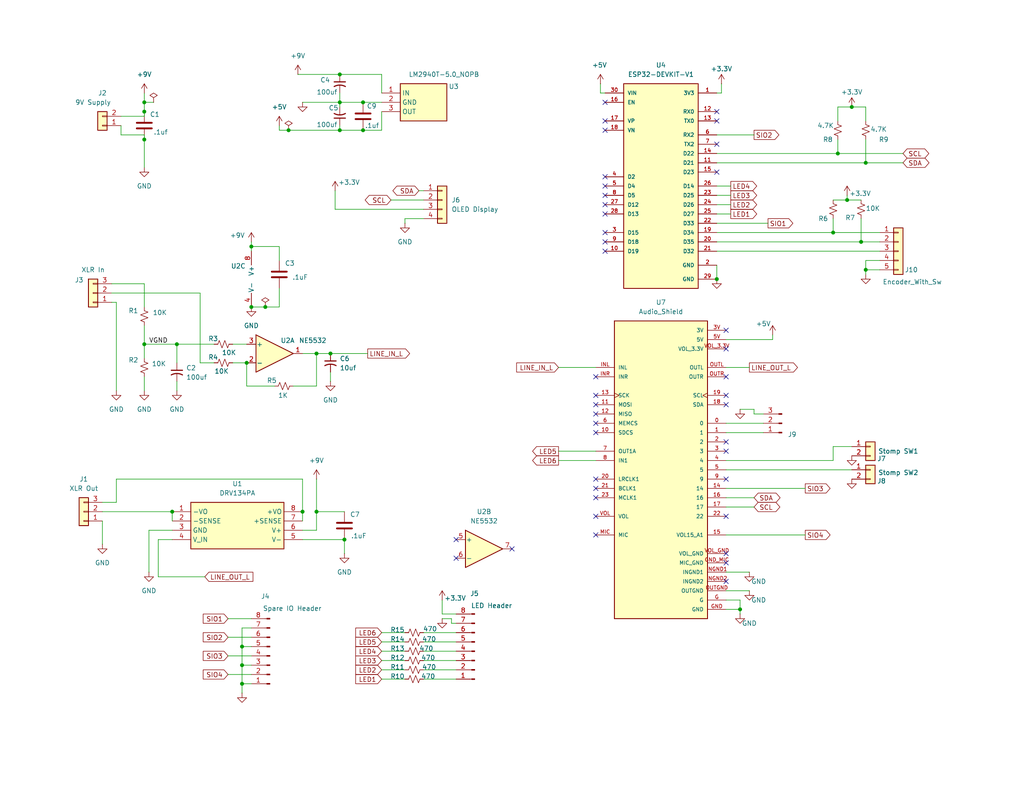
<source format=kicad_sch>
(kicad_sch (version 20250114) (generator "eeschema") (generator_version "9.0")
  (paper "A")
  (title_block (title "Vocal Delay Pedal") (date "2025-07-29") (company "William Douglas Music"))
  (junction (at 90.17 96.52))
  (junction (at 236.22 44.45))
  (junction (at 66.04 176.53))
  (junction (at 39.37 30.48))
  (junction (at -143.51 62.23))
  (junction (at 236.22 73.66))
  (junction (at 99.06 27.94))
  (junction (at -166.37 62.23))
  (junction (at 86.36 96.52))
  (junction (at 231.14 54.61))
  (junction (at -120.65 91.44))
  (junction (at 92.71 35.56))
  (junction (at 195.58 76.2))
  (junction (at 93.98 147.32))
  (junction (at 201.93 166.37))
  (junction (at 39.37 93.98))
  (junction (at -153.67 62.23))
  (junction (at 68.58 67.31))
  (junction (at 39.37 27.94))
  (junction (at 46.99 139.7))
  (junction (at 68.58 83.82))
  (junction (at 67.31 99.06))
  (junction (at 48.26 93.98))
  (junction (at 92.71 20.32))
  (junction (at 39.37 38.1))
  (junction (at -123.19 44.45))
  (junction (at 228.6 41.91))
  (junction (at 78.74 35.56))
  (junction (at -120.65 85.09))
  (junction (at 86.36 139.7))
  (junction (at 66.04 186.69))
  (junction (at 82.55 139.7))
  (junction (at -123.19 60.96))
  (junction (at -105.41 91.44))
  (junction (at -119.38 60.96))
  (junction (at 92.71 27.94))
  (junction (at 72.39 83.82))
  (junction (at -130.81 85.09))
  (junction (at 227.33 63.5))
  (junction (at 66.04 181.61))
  (junction (at -105.41 82.55))
  (junction (at 232.41 29.21))
  (junction (at 99.06 35.56))
  (junction (at 234.95 66.04))
  (no_connect (at 198.12 158.75))
  (no_connect (at 165.1 35.56))
  (no_connect (at 162.56 113.03))
  (no_connect (at 165.1 33.02))
  (no_connect (at 165.1 48.26))
  (no_connect (at 198.12 95.25))
  (no_connect (at 165.1 63.5))
  (no_connect (at 162.56 146.05))
  (no_connect (at 198.12 110.49))
  (no_connect (at 162.56 107.95))
  (no_connect (at 162.56 130.81))
  (no_connect (at 124.46 147.32))
  (no_connect (at 198.12 102.87))
  (no_connect (at 198.12 123.19))
  (no_connect (at 162.56 102.87))
  (no_connect (at 198.12 120.65))
  (no_connect (at 162.56 110.49))
  (no_connect (at 195.58 39.37))
  (no_connect (at 165.1 27.94))
  (no_connect (at 162.56 118.11))
  (no_connect (at 162.56 115.57))
  (no_connect (at 165.1 53.34))
  (no_connect (at 139.7 149.86))
  (no_connect (at 198.12 140.97))
  (no_connect (at 165.1 58.42))
  (no_connect (at 165.1 55.88))
  (no_connect (at 198.12 90.17))
  (no_connect (at 162.56 133.35))
  (no_connect (at 195.58 46.99))
  (no_connect (at 165.1 66.04))
  (no_connect (at 198.12 130.81))
  (no_connect (at 124.46 152.4))
  (no_connect (at 162.56 135.89))
  (no_connect (at 165.1 68.58))
  (no_connect (at 198.12 151.13))
  (no_connect (at 198.12 153.67))
  (no_connect (at 165.1 50.8))
  (no_connect (at 198.12 107.95))
  (no_connect (at 195.58 30.48))
  (no_connect (at 162.56 140.97))
  (no_connect (at 195.58 33.02))
  (wire (pts (xy -143.51 62.23) (xy -132.08 62.23)))
  (wire (pts (xy -166.37 69.85) (xy -166.37 71.12)))
  (wire (pts (xy 165.1 25.4) (xy 163.83 25.4)))
  (wire (pts (xy 46.99 139.7) (xy 46.99 142.24)))
  (wire (pts (xy 86.36 130.81) (xy 86.36 139.7)))
  (wire (pts (xy 92.71 34.29) (xy 92.71 35.56)))
  (wire (pts (xy 92.71 35.56) (xy 78.74 35.56)))
  (wire (pts (xy 195.58 68.58) (xy 240.03 68.58)))
  (wire (pts (xy 92.71 20.32) (xy 104.14 20.32)))
  (wire (pts (xy 66.04 171.45) (xy 66.04 176.53)))
  (wire (pts (xy 76.2 34.29) (xy 76.2 35.56)))
  (wire (pts (xy -120.65 101.6) (xy -120.65 91.44)))
  (wire (pts (xy 86.36 96.52) (xy 86.36 105.41)))
  (wire (pts (xy -115.57 91.44) (xy -120.65 91.44)))
  (wire (pts (xy -123.19 45.72) (xy -123.19 44.45)))
  (wire (pts (xy 99.06 27.94) (xy 104.14 27.94)))
  (wire (pts (xy 39.37 77.47) (xy 39.37 83.82)))
  (wire (pts (xy 92.71 25.4) (xy 92.71 27.94)))
  (wire (pts (xy 104.14 30.48) (xy 104.14 35.56)))
  (wire (pts (xy 198.12 128.27) (xy 232.41 128.27)))
  (wire (pts (xy 39.37 27.94) (xy 41.91 27.94)))
  (wire (pts (xy 30.48 82.55) (xy 31.75 82.55)))
  (wire (pts (xy 78.74 35.56) (xy 76.2 35.56)))
  (wire (pts (xy 104.14 35.56) (xy 99.06 35.56)))
  (wire (pts (xy 195.58 44.45) (xy 236.22 44.45)))
  (wire (pts (xy 152.4 100.33) (xy 162.56 100.33)))
  (wire (pts (xy 92.71 27.94) (xy 92.71 29.21)))
  (wire (pts (xy 93.98 147.32) (xy 93.98 151.13)))
  (wire (pts (xy 234.95 59.69) (xy 234.95 66.04)))
  (wire (pts (xy -115.57 101.6) (xy -120.65 101.6)))
  (wire (pts (xy 86.36 139.7) (xy 86.36 144.78)))
  (wire (pts (xy 104.14 180.34) (xy 110.49 180.34)))
  (wire (pts (xy 82.55 144.78) (xy 86.36 144.78)))
  (wire (pts (xy 63.5 93.98) (xy 67.31 93.98)))
  (wire (pts (xy 104.14 175.26) (xy 110.49 175.26)))
  (wire (pts (xy 40.64 144.78) (xy 40.64 156.21)))
  (wire (pts (xy 82.55 27.94) (xy 92.71 27.94)))
  (wire (pts (xy 82.55 139.7) (xy 82.55 142.24)))
  (wire (pts (xy 82.55 147.32) (xy 93.98 147.32)))
  (wire (pts (xy 67.31 99.06) (xy 67.31 105.41)))
  (wire (pts (xy 115.57 182.88) (xy 124.46 182.88)))
  (wire (pts (xy 198.12 135.89) (xy 205.74 135.89)))
  (wire (pts (xy -166.37 62.23) (xy -166.37 64.77)))
  (wire (pts (xy -163.83 85.09) (xy -161.29 85.09)))
  (wire (pts (xy 63.5 99.06) (xy 67.31 99.06)))
  (wire (pts (xy 68.58 68.58) (xy 68.58 67.31)))
  (wire (pts (xy 86.36 96.52) (xy 90.17 96.52)))
  (wire (pts (xy 27.94 139.7) (xy 46.99 139.7)))
  (wire (pts (xy 236.22 73.66) (xy 240.03 73.66)))
  (wire (pts (xy 198.12 166.37) (xy 201.93 166.37)))
  (wire (pts (xy 66.04 176.53) (xy 68.58 176.53)))
  (wire (pts (xy 76.2 71.12) (xy 76.2 67.31)))
  (wire (pts (xy 48.26 104.14) (xy 48.26 106.68)))
  (wire (pts (xy 198.12 161.29) (xy 204.47 161.29)))
  (wire (pts (xy -166.37 62.23) (xy -153.67 62.23)))
  (wire (pts (xy 62.23 173.99) (xy 68.58 173.99)))
  (wire (pts (xy 82.55 130.81) (xy 82.55 139.7)))
  (wire (pts (xy 39.37 36.83) (xy 39.37 38.1)))
  (wire (pts (xy 210.82 92.71) (xy 210.82 91.44)))
  (wire (pts (xy 39.37 93.98) (xy 48.26 93.98)))
  (wire (pts (xy 198.12 118.11) (xy 208.28 118.11)))
  (wire (pts (xy -123.19 80.01) (xy -120.65 80.01)))
  (wire (pts (xy 39.37 27.94) (xy 39.37 30.48)))
  (wire (pts (xy -137.16 85.09) (xy -130.81 85.09)))
  (wire (pts (xy 236.22 38.1) (xy 236.22 44.45)))
  (wire (pts (xy -153.67 67.31) (xy -153.67 69.85)))
  (wire (pts (xy 195.58 36.83) (xy 205.74 36.83)))
  (wire (pts (xy -115.57 48.26) (xy -115.57 44.45)))
  (wire (pts (xy 68.58 186.69) (xy 66.04 186.69)))
  (wire (pts (xy 228.6 41.91) (xy 246.38 41.91)))
  (wire (pts (xy 62.23 168.91) (xy 68.58 168.91)))
  (wire (pts (xy -163.83 96.52) (xy -163.83 90.17)))
  (wire (pts (xy 195.58 66.04) (xy 234.95 66.04)))
  (wire (pts (xy 43.18 147.32) (xy 46.99 147.32)))
  (wire (pts (xy 123.19 168.91) (xy 120.65 168.91)))
  (wire (pts (xy 198.12 138.43) (xy 205.74 138.43)))
  (wire (pts (xy 123.19 170.18) (xy 123.19 168.91)))
  (wire (pts (xy 31.75 82.55) (xy 31.75 106.68)))
  (wire (pts (xy 62.23 179.07) (xy 68.58 179.07)))
  (wire (pts (xy 228.6 38.1) (xy 228.6 41.91)))
  (wire (pts (xy -115.57 55.88) (xy -115.57 60.96)))
  (wire (pts (xy 115.57 52.07) (xy 114.3 52.07)))
  (wire (pts (xy 48.26 99.06) (xy 48.26 93.98)))
  (wire (pts (xy 31.75 137.16) (xy 27.94 137.16)))
  (wire (pts (xy -120.65 85.09) (xy -120.65 91.44)))
  (wire (pts (xy -105.41 82.55) (xy -105.41 91.44)))
  (wire (pts (xy 66.04 186.69) (xy 66.04 189.23)))
  (wire (pts (xy -95.25 82.55) (xy -93.98 82.55)))
  (wire (pts (xy -130.81 85.09) (xy -120.65 85.09)))
  (wire (pts (xy 198.12 125.73) (xy 227.33 125.73)))
  (wire (pts (xy 39.37 31.75) (xy 39.37 30.48)))
  (wire (pts (xy -119.38 60.96) (xy -123.19 60.96)))
  (wire (pts (xy 228.6 29.21) (xy 232.41 29.21)))
  (wire (pts (xy 33.02 34.29) (xy 33.02 36.83)))
  (wire (pts (xy 198.12 133.35) (xy 219.71 133.35)))
  (wire (pts (xy -132.08 80.01) (xy -128.27 80.01)))
  (wire (pts (xy 68.58 67.31) (xy 76.2 67.31)))
  (wire (pts (xy 76.2 83.82) (xy 72.39 83.82)))
  (wire (pts (xy 90.17 101.6) (xy 90.17 104.14)))
  (wire (pts (xy 39.37 93.98) (xy 39.37 97.79)))
  (wire (pts (xy 236.22 74.93) (xy 236.22 73.66)))
  (wire (pts (xy 81.28 20.32) (xy 92.71 20.32)))
  (wire (pts (xy 39.37 88.9) (xy 39.37 93.98)))
  (wire (pts (xy 39.37 102.87) (xy 39.37 106.68)))
  (wire (pts (xy 152.4 125.73) (xy 162.56 125.73)))
  (wire (pts (xy 54.61 99.06) (xy 58.42 99.06)))
  (wire (pts (xy 39.37 25.4) (xy 39.37 27.94)))
  (wire (pts (xy 163.83 22.86) (xy 163.83 25.4)))
  (wire (pts (xy 120.65 167.64) (xy 124.46 167.64)))
  (wire (pts (xy 240.03 71.12) (xy 236.22 71.12)))
  (wire (pts (xy 115.57 59.69) (xy 110.49 59.69)))
  (wire (pts (xy 39.37 38.1) (xy 39.37 45.72)))
  (wire (pts (xy 195.58 25.4) (xy 196.85 25.4)))
  (wire (pts (xy 198.12 156.21) (xy 204.47 156.21)))
  (wire (pts (xy 92.71 27.94) (xy 99.06 27.94)))
  (wire (pts (xy -110.49 91.44) (xy -105.41 91.44)))
  (wire (pts (xy 91.44 52.07) (xy 91.44 57.15)))
  (wire (pts (xy 54.61 80.01) (xy 54.61 99.06)))
  (wire (pts (xy -105.41 82.55) (xy -100.33 82.55)))
  (wire (pts (xy 104.14 177.8) (xy 110.49 177.8)))
  (wire (pts (xy -105.41 101.6) (xy -105.41 91.44)))
  (wire (pts (xy 115.57 177.8) (xy 124.46 177.8)))
  (wire (pts (xy -130.81 99.06) (xy -130.81 100.33)))
  (wire (pts (xy 205.74 111.76) (xy 205.74 113.03)))
  (wire (pts (xy -153.67 62.23) (xy -143.51 62.23)))
  (wire (pts (xy 46.99 144.78) (xy 40.64 144.78)))
  (wire (pts (xy -158.75 87.63) (xy -158.75 90.17)))
  (wire (pts (xy 99.06 35.56) (xy 92.71 35.56)))
  (wire (pts (xy 115.57 172.72) (xy 124.46 172.72)))
  (wire (pts (xy 195.58 50.8) (xy 199.39 50.8)))
  (wire (pts (xy 43.18 157.48) (xy 43.18 147.32)))
  (wire (pts (xy 30.48 77.47) (xy 39.37 77.47)))
  (wire (pts (xy 198.12 92.71) (xy 210.82 92.71)))
  (wire (pts (xy 201.93 167.64) (xy 201.93 166.37)))
  (wire (pts (xy 68.58 171.45) (xy 66.04 171.45)))
  (wire (pts (xy 33.02 31.75) (xy 39.37 31.75)))
  (wire (pts (xy -107.95 101.6) (xy -105.41 101.6)))
  (wire (pts (xy 195.58 58.42) (xy 199.39 58.42)))
  (wire (pts (xy 104.14 185.42) (xy 110.49 185.42)))
  (wire (pts (xy 31.75 130.81) (xy 82.55 130.81)))
  (wire (pts (xy -166.37 58.42) (xy -166.37 62.23)))
  (wire (pts (xy 123.19 170.18) (xy 124.46 170.18)))
  (wire (pts (xy 198.12 100.33) (xy 204.47 100.33)))
  (wire (pts (xy 106.68 54.61) (xy 115.57 54.61)))
  (wire (pts (xy 231.14 53.34) (xy 231.14 54.61)))
  (wire (pts (xy 33.02 36.83) (xy 39.37 36.83)))
  (wire (pts (xy 110.49 59.69) (xy 110.49 60.96)))
  (wire (pts (xy 232.41 29.21) (xy 236.22 29.21)))
  (wire (pts (xy 82.55 96.52) (xy 86.36 96.52)))
  (wire (pts (xy 228.6 33.02) (xy 228.6 29.21)))
  (wire (pts (xy -166.37 48.26) (xy -166.37 53.34)))
  (wire (pts (xy -86.36 82.55) (xy -83.82 82.55)))
  (wire (pts (xy 198.12 146.05) (xy 219.71 146.05)))
  (wire (pts (xy 76.2 78.74) (xy 76.2 83.82)))
  (wire (pts (xy -123.19 44.45) (xy -123.19 43.18)))
  (wire (pts (xy 152.4 123.19) (xy 162.56 123.19)))
  (wire (pts (xy 195.58 63.5) (xy 227.33 63.5)))
  (wire (pts (xy 234.95 66.04) (xy 240.03 66.04)))
  (wire (pts (xy 227.33 125.73) (xy 227.33 121.92)))
  (wire (pts (xy 227.33 59.69) (xy 227.33 63.5)))
  (wire (pts (xy 231.14 54.61) (xy 234.95 54.61)))
  (wire (pts (xy 227.33 54.61) (xy 231.14 54.61)))
  (wire (pts (xy 66.04 181.61) (xy 66.04 176.53)))
  (wire (pts (xy -163.83 87.63) (xy -158.75 87.63)))
  (wire (pts (xy 205.74 113.03) (xy 208.28 113.03)))
  (wire (pts (xy 86.36 139.7) (xy 93.98 139.7)))
  (wire (pts (xy 195.58 41.91) (xy 228.6 41.91)))
  (wire (pts (xy 195.58 53.34) (xy 199.39 53.34)))
  (wire (pts (xy 120.65 163.83) (xy 120.65 167.64)))
  (wire (pts (xy 195.58 55.88) (xy 199.39 55.88)))
  (wire (pts (xy 201.93 163.83) (xy 201.93 166.37)))
  (wire (pts (xy 91.44 57.15) (xy 115.57 57.15)))
  (wire (pts (xy 195.58 60.96) (xy 209.55 60.96)))
  (wire (pts (xy 104.14 172.72) (xy 110.49 172.72)))
  (wire (pts (xy -132.08 62.23) (xy -132.08 80.01)))
  (wire (pts (xy 62.23 184.15) (xy 68.58 184.15)))
  (wire (pts (xy 227.33 121.92) (xy 232.41 121.92)))
  (wire (pts (xy 236.22 44.45) (xy 246.38 44.45)))
  (wire (pts (xy -130.81 91.44) (xy -130.81 85.09)))
  (wire (pts (xy 30.48 80.01) (xy 54.61 80.01)))
  (wire (pts (xy 198.12 115.57) (xy 208.28 115.57)))
  (wire (pts (xy 74.93 105.41) (xy 67.31 105.41)))
  (wire (pts (xy 236.22 71.12) (xy 236.22 73.66)))
  (wire (pts (xy 90.17 96.52) (xy 100.33 96.52)))
  (wire (pts (xy 115.57 185.42) (xy 124.46 185.42)))
  (wire (pts (xy 27.94 142.24) (xy 27.94 148.59)))
  (wire (pts (xy -148.59 85.09) (xy -142.24 85.09)))
  (wire (pts (xy 227.33 63.5) (xy 240.03 63.5)))
  (wire (pts (xy 196.85 22.86) (xy 196.85 25.4)))
  (wire (pts (xy 198.12 163.83) (xy 201.93 163.83)))
  (wire (pts (xy 48.26 93.98) (xy 58.42 93.98)))
  (wire (pts (xy 205.74 111.76) (xy 201.93 111.76)))
  (wire (pts (xy -158.75 96.52) (xy -158.75 95.25)))
  (wire (pts (xy 195.58 72.39) (xy 195.58 76.2)))
  (wire (pts (xy -115.57 60.96) (xy -119.38 60.96)))
  (wire (pts (xy 66.04 181.61) (xy 68.58 181.61)))
  (wire (pts (xy 68.58 67.31) (xy 68.58 66.04)))
  (wire (pts (xy 104.14 20.32) (xy 104.14 25.4)))
  (wire (pts (xy 236.22 29.21) (xy 236.22 33.02)))
  (wire (pts (xy 104.14 182.88) (xy 110.49 182.88)))
  (wire (pts (xy 72.39 83.82) (xy 68.58 83.82)))
  (wire (pts (xy 66.04 181.61) (xy 66.04 186.69)))
  (wire (pts (xy 115.57 180.34) (xy 124.46 180.34)))
  (wire (pts (xy -123.19 44.45) (xy -115.57 44.45)))
  (wire (pts (xy 115.57 175.26) (xy 124.46 175.26)))
  (wire (pts (xy 80.01 105.41) (xy 86.36 105.41)))
  (wire (pts (xy 43.18 157.48) (xy 55.88 157.48)))
  (wire (pts (xy 31.75 130.81) (xy 31.75 137.16)))
  (label "VGND" (at 40.64 93.98 0))
  (global_label "SDA" (shape bidirectional) (at 246.38 44.45 0) (property "Intersheetrefs" "${INTERSHEET_REFS}" (effects (hide yes))))
  (global_label "LED3" (shape output) (at 199.39 53.34 0) (property "Intersheetrefs" "${INTERSHEET_REFS}" (effects (hide yes))))
  (global_label "LED2" (shape output) (at 199.39 55.88 0) (property "Intersheetrefs" "${INTERSHEET_REFS}" (effects (hide yes))))
  (global_label "LED4" (shape output) (at 199.39 50.8 0) (property "Intersheetrefs" "${INTERSHEET_REFS}" (effects (hide yes))))
  (global_label "LED2" (shape input) (at 104.14 182.88 180) (property "Intersheetrefs" "${INTERSHEET_REFS}" (effects (hide yes))))
  (global_label "LED1" (shape input) (at 104.14 185.42 180) (property "Intersheetrefs" "${INTERSHEET_REFS}" (effects (hide yes))))
  (global_label "SDA" (shape bidirectional) (at 205.74 135.89 0) (property "Intersheetrefs" "${INTERSHEET_REFS}" (effects (hide yes))))
  (global_label "LED5" (shape output) (at 152.4 123.19 180) (property "Intersheetrefs" "${INTERSHEET_REFS}" (effects (hide yes))))
  (global_label "SCL" (shape bidirectional) (at 205.74 138.43 0) (property "Intersheetrefs" "${INTERSHEET_REFS}" (effects (hide yes))))
  (global_label "LINE_IN_L" (shape output) (at -83.82 82.55 0) (property "Intersheetrefs" "${INTERSHEET_REFS}" (effects (hide yes))))
  (global_label "LED3" (shape input) (at 104.14 180.34 180) (property "Intersheetrefs" "${INTERSHEET_REFS}" (effects (hide yes))))
  (global_label "SIO2" (shape input) (at 62.23 173.99 180) (property "Intersheetrefs" "${INTERSHEET_REFS}" (effects (hide yes))))
  (global_label "SDA" (shape bidirectional) (at 114.3 52.07 180) (property "Intersheetrefs" "${INTERSHEET_REFS}" (effects (hide yes))))
  (global_label "SIO4" (shape input) (at 62.23 184.15 180) (property "Intersheetrefs" "${INTERSHEET_REFS}" (effects (hide yes))))
  (global_label "LED6" (shape output) (at 152.4 125.73 180) (property "Intersheetrefs" "${INTERSHEET_REFS}" (effects (hide yes))))
  (global_label "LINE_IN_L" (shape input) (at 152.4 100.33 180) (property "Intersheetrefs" "${INTERSHEET_REFS}" (effects (hide yes))))
  (global_label "SIO1" (shape output) (at 209.55 60.96 0) (property "Intersheetrefs" "${INTERSHEET_REFS}" (effects (hide yes))))
  (global_label "LINE_IN_L" (shape output) (at 100.33 96.52 0) (property "Intersheetrefs" "${INTERSHEET_REFS}" (effects (hide yes))))
  (global_label "LED1" (shape output) (at 199.39 58.42 0) (property "Intersheetrefs" "${INTERSHEET_REFS}" (effects (hide yes))))
  (global_label "LED5" (shape input) (at 104.14 175.26 180) (property "Intersheetrefs" "${INTERSHEET_REFS}" (effects (hide yes))))
  (global_label "LINE_OUT_L" (shape output) (at 204.47 100.33 0) (property "Intersheetrefs" "${INTERSHEET_REFS}" (effects (hide yes))))
  (global_label "SIO3" (shape input) (at 62.23 179.07 180) (property "Intersheetrefs" "${INTERSHEET_REFS}" (effects (hide yes))))
  (global_label "SIO2" (shape output) (at 205.74 36.83 0) (property "Intersheetrefs" "${INTERSHEET_REFS}" (effects (hide yes))))
  (global_label "LINE_OUT_L" (shape input) (at 55.88 157.48 0) (property "Intersheetrefs" "${INTERSHEET_REFS}" (effects (hide yes))))
  (global_label "LED6" (shape input) (at 104.14 172.72 180) (property "Intersheetrefs" "${INTERSHEET_REFS}" (effects (hide yes))))
  (global_label "SIO1" (shape input) (at 62.23 168.91 180) (property "Intersheetrefs" "${INTERSHEET_REFS}" (effects (hide yes))))
  (global_label "LED4" (shape input) (at 104.14 177.8 180) (property "Intersheetrefs" "${INTERSHEET_REFS}" (effects (hide yes))))
  (global_label "SCL" (shape bidirectional) (at 106.68 54.61 180) (property "Intersheetrefs" "${INTERSHEET_REFS}" (effects (hide yes))))
  (global_label "SCL" (shape bidirectional) (at 246.38 41.91 0) (property "Intersheetrefs" "${INTERSHEET_REFS}" (effects (hide yes))))
  (global_label "SIO3" (shape output) (at 219.71 133.35 0) (property "Intersheetrefs" "${INTERSHEET_REFS}" (effects (hide yes))))
  (global_label "SIO4" (shape output) (at 219.71 146.05 0) (property "Intersheetrefs" "${INTERSHEET_REFS}" (effects (hide yes))))
  (symbol (lib_id "power:GND") (at 110.49 60.96 0) (unit 1)
    (property "Reference" "#PWR019" (effects (hide yes)))
    (property "Value" "GND" (at 110.49 66.04 0))
    (property "Description" "Power symbol creates a global label with name \"GND\" , ground" (effects (hide yes)))
  )
  (symbol (lib_id "Amplifier_Operational:NE5532") (at 132.08 149.86 0) (unit 2)
    (property "Reference" "U2" (at 132.08 139.7 0))
    (property "Value" "NE5532" (at 132.08 142.24 0))
    (property "Footprint" "Package_DIP:DIP-8_W7.62mm" (effects (hide yes)))
    (property "Datasheet" "http://www.ti.com/lit/ds/symlink/ne5532.pdf" (effects (hide yes)))
    (property "Description" "Dual Low-Noise Operational Amplifiers, DIP-8/SOIC-8" (effects (hide yes)))
  )
  (symbol (lib_id "Amplifier_Operational:NE5532") (at 74.93 96.52 0) (unit 1)
    (property "Reference" "U2" (at 78.486 92.964 0))
    (property "Value" "NE5532" (at 85.344 92.964 0))
    (property "Footprint" "Package_DIP:DIP-8_W7.62mm" (effects (hide yes)))
    (property "Datasheet" "http://www.ti.com/lit/ds/symlink/ne5532.pdf" (effects (hide yes)))
    (property "Description" "Dual Low-Noise Operational Amplifiers, DIP-8/SOIC-8" (effects (hide yes)))
  )
  (symbol (lib_id "Device:R_Small_US") (at -158.75 92.71 0) (unit 1)
    (property "Reference" "R21" (at -155.448 91.948 0))
    (property "Value" "1K" (at -155.194 93.98 0))
    (property "Footprint" "Resistor_THT:R_Axial_DIN0207_L6.3mm_D2.5mm_P7.62mm_Horizontal" (effects (hide yes)))
    (property "Description" "Resistor, small US symbol" (effects (hide yes)))
  )
  (symbol (lib_id "Connector_Generic:Conn_01x02") (at 237.49 121.92 0) (unit 1)
    (property "Reference" "J7" (at 240.538 125.222 0))
    (property "Value" "Stomp SW1" (at 245.11 123.19 0))
    (property "Footprint" "Connector_JST:JST_XH_B2B-XH-A_1x02_P2.50mm_Vertical" (effects (hide yes)))
    (property "Description" "Generic connector, single row, 01x02, script generated (kicad-library-utils/schlib/autogen/connector/)" (effects (hide yes)))
  )
  (symbol (lib_id "power:+5V") (at 163.83 22.86 0) (unit 1)
    (property "Reference" "#PWR026" (effects (hide yes)))
    (property "Value" "+5V" (at 163.576 17.78 0))
    (property "Description" "Power symbol creates a global label with name \"+5V\"" (effects (hide yes)))
  )
  (symbol (lib_id "power:GND") (at 93.98 151.13 0) (unit 1)
    (property "Reference" "#PWR017" (effects (hide yes)))
    (property "Value" "GND" (at 93.98 156.21 0))
    (property "Description" "Power symbol creates a global label with name \"GND\" , ground" (effects (hide yes)))
  )
  (symbol (lib_id "Device:C") (at 99.06 31.75 0) (unit 1)
    (property "Reference" "C9" (at 100.076 28.956 0) (effects (justify left)))
    (property "Value" ".1uf" (at 99.568 34.29 0) (effects (justify left)))
    (property "Footprint" "Capacitor_THT:C_Disc_D3.0mm_W1.6mm_P2.50mm" (effects (hide yes)))
    (property "Description" "Unpolarized capacitor" (effects (hide yes)))
  )
  (symbol (lib_id "power:GND") (at 232.41 124.46 0) (unit 1)
    (property "Reference" "#PWR020" (effects (hide yes)))
    (property "Value" "GND" (effects (hide yes)))
    (property "Description" "Power symbol creates a global label with name \"GND\" , ground" (effects (hide yes)))
  )
  (symbol (lib_id "Connector:Conn_01x03_Pin") (at 213.36 115.57 180) (unit 1)
    (property "Reference" "J9" (at 216.154 118.618 0))
    (property "Value" "Conn_01x03_Pin" (effects (hide yes)))
    (property "Footprint" "Connector_PinHeader_2.54mm:PinHeader_1x03_P2.54mm_Vertical" (effects (hide yes)))
    (property "Description" "Generic connector, single row, 01x03, script generated" (effects (hide yes)))
  )
  (symbol (lib_id "Device:C_Small_US") (at 92.71 31.75 180) (unit 1)
    (property "Reference" "C5" (at 89.662 29.464 0) (effects (justify right)))
    (property "Value" "100uf" (at 86.36 34.036 0) (effects (justify right)))
    (property "Footprint" "Capacitor_THT:C_Radial_D5.0mm_H5.0mm_P2.00mm" (effects (hide yes)))
    (property "Description" "capacitor, small US symbol" (effects (hide yes)))
  )
  (symbol (lib_id "power:PWR_FLAG") (at 72.39 83.82 0) (unit 1)
    (property "Reference" "#FLG02" (effects (hide yes)))
    (property "Value" "PWR_FLAG" (effects (hide yes)))
    (property "Description" "Special symbol for telling ERC where power comes from" (effects (hide yes)))
  )
  (symbol (lib_id "Device:R_Small_US") (at 234.95 57.15 0) (unit 1)
    (property "Reference" "R7" (at 230.632 59.436 0) (effects (justify left)))
    (property "Value" "10K" (at 236.22 56.896 0) (effects (justify left)))
    (property "Footprint" "Resistor_THT:R_Axial_DIN0207_L6.3mm_D2.5mm_P7.62mm_Horizontal" (effects (hide yes)))
    (property "Description" "Resistor, small US symbol" (effects (hide yes)))
  )
  (symbol (lib_id "power:GND") (at -130.81 100.33 0) (unit 1)
    (property "Reference" "#PWR040" (effects (hide yes)))
    (property "Value" "GND" (at -129.54 104.14 0))
    (property "Description" "Power symbol creates a global label with name \"GND\" , ground" (effects (hide yes)))
  )
  (symbol (lib_id "Connector_Generic:Conn_01x04") (at 120.65 54.61 0) (unit 1)
    (property "Reference" "J6" (at 123.19 54.6099 0) (effects (justify left)))
    (property "Value" "OLED Display" (at 123.19 57.1499 0) (effects (justify left)))
    (property "Footprint" "Connector_JST:JST_XH_B4B-XH-A_1x04_P2.50mm_Vertical" (effects (hide yes)))
    (property "Description" "Generic connector, single row, 01x04, script generated (kicad-library-utils/schlib/autogen/connector/)" (effects (hide yes)))
  )
  (symbol (lib_id "power:+9V") (at 81.28 20.32 0) (unit 1)
    (property "Reference" "#PWR012" (effects (hide yes)))
    (property "Value" "+9V" (at 81.28 15.24 0))
    (property "Description" "Power symbol creates a global label with name \"+9V\"" (effects (hide yes)))
  )
  (symbol (lib_id "power:+3.3V") (at 231.14 53.34 0) (unit 1)
    (property "Reference" "#PWR023" (effects (hide yes)))
    (property "Value" "+3.3V" (at 234.696 52.832 0))
    (property "Description" "Power symbol creates a global label with name \"+3.3V\"" (effects (hide yes)))
  )
  (symbol (lib_id "Device:R_Small_US") (at 60.96 99.06 90) (unit 1)
    (property "Reference" "R4" (at 58.166 97.536 90))
    (property "Value" "10K" (at 60.452 101.346 90))
    (property "Footprint" "Resistor_THT:R_Axial_DIN0207_L6.3mm_D2.5mm_P7.62mm_Horizontal" (effects (hide yes)))
    (property "Description" "Resistor, small US symbol" (effects (hide yes)))
  )
  (symbol (lib_id "Device:C") (at 93.98 143.51 0) (unit 1)
    (property "Reference" "C7" (at 95.504 140.462 0) (effects (justify left)))
    (property "Value" ".1uF" (at 95.758 146.304 0) (effects (justify left)))
    (property "Footprint" "Capacitor_THT:C_Disc_D3.0mm_W1.6mm_P2.50mm" (effects (hide yes)))
    (property "Description" "Unpolarized capacitor" (effects (hide yes)))
  )
  (symbol (lib_id "power:GND") (at 120.65 168.91 0) (unit 1)
    (property "Reference" "#PWR033" (effects (hide yes)))
    (property "Value" "GND" (effects (hide yes)))
    (property "Description" "Power symbol creates a global label with name \"GND\" , ground" (effects (hide yes)))
  )
  (symbol (lib_id "power:GND") (at -158.75 96.52 0) (unit 1)
    (property "Reference" "#PWR029" (effects (hide yes)))
    (property "Value" "GND" (at -157.48 100.33 0))
    (property "Description" "Power symbol creates a global label with name \"GND\" , ground" (effects (hide yes)))
  )
  (symbol (lib_id "MySamacSys:Conn_01x03_XLR") (at -168.91 87.63 0) (mirror y) (unit 1)
    (property "Reference" "J12" (at -171.45 82.296 0) (effects (justify left)))
    (property "Value" "Microphone XLR In (Balanced)" (at -172.72 88.8999 0) (effects (justify left)))
    (property "Description" "Generic connector, single row, 01x03, script generated (kicad-library-utils/schlib/autogen/connector/)" (effects (hide yes)))
  )
  (symbol (lib_id "Device:R_Small_US") (at -166.37 67.31 0) (unit 1)
    (property "Reference" "R20" (at -170.688 65.278 0) (effects (justify left)))
    (property "Value" "10K" (at -165.862 69.342 0) (effects (justify left)))
    (property "Footprint" "Resistor_THT:R_Axial_DIN0207_L6.3mm_D2.5mm_P7.62mm_Horizontal" (effects (hide yes)))
    (property "Description" "Resistor, small US symbol" (effects (hide yes)))
  )
  (symbol (lib_id "Amplifier_Operational:NE5532") (at -120.65 53.34 0) (unit 3)
    (property "Reference" "U5" (at -128.778 49.784 0) (effects (justify left)))
    (property "Value" "NE5532" (effects (hide yes)))
    (property "Footprint" "Package_DIP:DIP-8_W7.62mm" (effects (hide yes)))
    (property "Datasheet" "http://www.ti.com/lit/ds/symlink/ne5532.pdf" (effects (hide yes)))
    (property "Description" "Dual Low-Noise Operational Amplifiers, DIP-8/SOIC-8" (effects (hide yes)))
  )
  (symbol (lib_id "Device:C_Small_US") (at -153.67 64.77 0) (unit 1)
    (property "Reference" "C12" (at -159.512 64.008 0) (effects (justify left)))
    (property "Value" "100uf" (at -160.274 67.056 0) (effects (justify left)))
    (property "Footprint" "Capacitor_THT:C_Radial_D5.0mm_H5.0mm_P2.00mm" (effects (hide yes)))
    (property "Description" "capacitor, small US symbol" (effects (hide yes)))
  )
  (symbol (lib_id "Device:C_Small_US") (at 48.26 101.6 0) (unit 1)
    (property "Reference" "C2" (at 50.8 100.4569 0) (effects (justify left)))
    (property "Value" "100uf" (at 50.8 102.9969 0) (effects (justify left)))
    (property "Footprint" "Capacitor_THT:C_Radial_D5.0mm_H5.0mm_P2.00mm" (effects (hide yes)))
    (property "Description" "capacitor, small US symbol" (effects (hide yes)))
  )
  (symbol (lib_id "Device:R_Small_US") (at 227.33 57.15 0) (unit 1)
    (property "Reference" "R6" (at 223.266 59.69 0) (effects (justify left)))
    (property "Value" "10K" (effects (hide yes)))
    (property "Footprint" "Resistor_THT:R_Axial_DIN0207_L6.3mm_D2.5mm_P7.62mm_Horizontal" (effects (hide yes)))
    (property "Description" "Resistor, small US symbol" (effects (hide yes)))
  )
  (symbol (lib_id "Device:R_Small_US") (at -158.75 85.09 90) (unit 1)
    (property "Reference" "R23" (at -162.052 83.566 90))
    (property "Value" "1K" (at -159.004 87.63 90))
    (property "Footprint" "Resistor_THT:R_Axial_DIN0207_L6.3mm_D2.5mm_P7.62mm_Horizontal" (effects (hide yes)))
    (property "Description" "Resistor, small US symbol" (effects (hide yes)))
  )
  (symbol (lib_id "power:+5V") (at 76.2 34.29 0) (unit 1)
    (property "Reference" "#PWR011" (effects (hide yes)))
    (property "Value" "+5V" (at 76.2 29.21 0))
    (property "Description" "Power symbol creates a global label with name \"+5V\"" (effects (hide yes)))
  )
  (symbol (lib_id "Device:R_Small_US") (at 39.37 86.36 0) (unit 1)
    (property "Reference" "R1" (at 35.052 84.836 0) (effects (justify left)))
    (property "Value" "10K" (at 41.656 85.344 0) (effects (justify left)))
    (property "Footprint" "Resistor_THT:R_Axial_DIN0207_L6.3mm_D2.5mm_P7.62mm_Horizontal" (effects (hide yes)))
    (property "Description" "Resistor, small US symbol" (effects (hide yes)))
  )
  (symbol (lib_id "power:GND") (at 232.41 130.81 0) (unit 1)
    (property "Reference" "#PWR021" (effects (hide yes)))
    (property "Value" "GND" (effects (hide yes)))
    (property "Description" "Power symbol creates a global label with name \"GND\" , ground" (effects (hide yes)))
  )
  (symbol (lib_id "power:+9V") (at -123.19 43.18 0) (unit 1)
    (property "Reference" "#PWR041" (effects (hide yes)))
    (property "Value" "+9V" (at -127 41.402 0))
    (property "Description" "Power symbol creates a global label with name \"+9V\"" (effects (hide yes)))
  )
  (symbol (lib_id "Device:R_Small_US") (at 113.03 177.8 90) (unit 1)
    (property "Reference" "R13" (at 108.458 177.038 90))
    (property "Value" "470" (at 116.332 177.038 90))
    (property "Footprint" "Resistor_THT:R_Axial_DIN0207_L6.3mm_D2.5mm_P7.62mm_Horizontal" (effects (hide yes)))
    (property "Description" "Resistor, small US symbol" (effects (hide yes)))
  )
  (symbol (lib_id "Connector_Generic:Conn_01x03") (at 25.4 80.01 180) (unit 1)
    (property "Reference" "J3" (at 21.59 76.454 0))
    (property "Value" "XLR In" (at 25.4 73.66 0))
    (property "Footprint" "Connector_JST:JST_XH_B3B-XH-A_1x03_P2.50mm_Vertical" (effects (hide yes)))
    (property "Description" "Generic connector, single row, 01x03, script generated (kicad-library-utils/schlib/autogen/connector/)" (effects (hide yes)))
  )
  (symbol (lib_id "power:GND") (at 31.75 106.68 0) (unit 1)
    (property "Reference" "#PWR02" (effects (hide yes)))
    (property "Value" "GND" (at 31.75 111.76 0))
    (property "Description" "Power symbol creates a global label with name \"GND\" , ground" (effects (hide yes)))
  )
  (symbol (lib_id "MySamacSys:ESP32-DEVKIT-V1") (at 180.34 50.8 0) (unit 1)
    (property "Reference" "U4" (at 180.34 17.78 0))
    (property "Value" "ESP32-DEVKIT-V1" (at 180.34 20.32 0))
    (property "Footprint" "MySamacSys:MODULE_ESP32_DEVKIT_V1" (effects (hide yes)))
    (property "MF" "Do it" (effects (hide yes)))
    (property "MAXIMUM_PACKAGE_HEIGHT" "6.8 mm" (effects (hide yes)))
    (property "Package" "None" (effects (hide yes)))
    (property "Price" "None" (effects (hide yes)))
    (property "Check_prices" "https://www.snapeda.com/parts/ESP32-DEVKIT-V1/Do+it/view-part/?ref=eda" (effects (hide yes)))
    (property "STANDARD" "Manufacturer Recommendations" (effects (hide yes)))
    (property "PARTREV" "N/A" (effects (hide yes)))
    (property "SnapEDA_Link" "https://www.snapeda.com/parts/ESP32-DEVKIT-V1/Do+it/view-part/?ref=snap" (effects (hide yes)))
    (property "MP" "ESP32-DEVKIT-V1" (effects (hide yes)))
    (property "Description_1" "Dual core, Wi-Fi: 2.4 GHz up to 150 Mbits/s,BLE (Bluetooth Low Energy) and legacy Bluetooth, 32 bits, Up to 240 MHz" (effects (hide yes)))
    (property "Availability" "Not in stock" (effects (hide yes)))
    (property "MANUFACTURER" "DOIT" (effects (hide yes)))
  )
  (symbol (lib_id "power:GND") (at 68.58 83.82 0) (unit 1)
    (property "Reference" "#PWR010" (effects (hide yes)))
    (property "Value" "GND" (at 68.58 88.9 0))
    (property "Description" "Power symbol creates a global label with name \"GND\" , ground" (effects (hide yes)))
  )
  (symbol (lib_id "Connector_Generic:Conn_01x03") (at 22.86 139.7 180) (unit 1)
    (property "Reference" "J1" (at 22.86 130.81 0))
    (property "Value" "XLR Out" (at 22.86 133.35 0))
    (property "Footprint" "Connector_JST:JST_XH_B3B-XH-A_1x03_P2.50mm_Vertical" (effects (hide yes)))
    (property "Description" "Generic connector, single row, 01x03, script generated (kicad-library-utils/schlib/autogen/connector/)" (effects (hide yes)))
  )
  (symbol (lib_id "Amplifier_Operational:NE5532") (at 71.12 76.2 0) (unit 3)
    (property "Reference" "U2" (at 62.992 72.644 0) (effects (justify left)))
    (property "Value" "NE5532" (effects (hide yes)))
    (property "Footprint" "Package_DIP:DIP-8_W7.62mm" (effects (hide yes)))
    (property "Datasheet" "http://www.ti.com/lit/ds/symlink/ne5532.pdf" (effects (hide yes)))
    (property "Description" "Dual Low-Noise Operational Amplifiers, DIP-8/SOIC-8" (effects (hide yes)))
  )
  (symbol (lib_id "Device:C") (at -90.17 82.55 90) (unit 1)
    (property "Reference" "C10" (at -90.678 78.994 90) (effects (justify left)))
    (property "Value" "2.2uF" (at -85.344 86.106 90) (effects (justify left)))
    (property "Footprint" "Capacitor_THT:C_Disc_D3.0mm_W1.6mm_P2.50mm" (effects (hide yes)))
    (property "Description" "Unpolarized capacitor" (effects (hide yes)))
  )
  (symbol (lib_id "power:GND") (at 39.37 106.68 0) (unit 1)
    (property "Reference" "#PWR06" (effects (hide yes)))
    (property "Value" "GND" (at 39.37 111.76 0))
    (property "Description" "Power symbol creates a global label with name \"GND\" , ground" (effects (hide yes)))
  )
  (symbol (lib_id "Device:R_Small_US") (at 113.03 185.42 90) (unit 1)
    (property "Reference" "R10" (at 108.458 184.658 90))
    (property "Value" "470" (at 116.84 184.658 90))
    (property "Footprint" "Resistor_THT:R_Axial_DIN0207_L6.3mm_D2.5mm_P7.62mm_Horizontal" (effects (hide yes)))
    (property "Description" "Resistor, small US symbol" (effects (hide yes)))
  )
  (symbol (lib_id "power:+9V") (at 68.58 66.04 0) (unit 1)
    (property "Reference" "#PWR09" (effects (hide yes)))
    (property "Value" "+9V" (at 64.77 64.262 0))
    (property "Description" "Power symbol creates a global label with name \"+9V\"" (effects (hide yes)))
  )
  (symbol (lib_id "power:GND") (at 201.93 167.64 0) (unit 1)
    (property "Reference" "#PWR034" (effects (hide yes)))
    (property "Value" "GND" (at 204.47 170.18 0))
    (property "Description" "Power symbol creates a global label with name \"GND\" , ground" (effects (hide yes)))
  )
  (symbol (lib_id "power:GND") (at 40.64 156.21 0) (unit 1)
    (property "Reference" "#PWR07" (effects (hide yes)))
    (property "Value" "GND" (at 40.64 161.29 0))
    (property "Description" "Power symbol creates a global label with name \"GND\" , ground" (effects (hide yes)))
  )
  (symbol (lib_id "Amplifier_Operational:NE5532") (at -113.03 82.55 0) (unit 1)
    (property "Reference" "U5" (at -109.474 78.994 0))
    (property "Value" "NE5532" (at -117.602 75.692 0))
    (property "Footprint" "Package_DIP:DIP-8_W7.62mm" (effects (hide yes)))
    (property "Datasheet" "http://www.ti.com/lit/ds/symlink/ne5532.pdf" (effects (hide yes)))
    (property "Description" "Dual Low-Noise Operational Amplifiers, DIP-8/SOIC-8" (effects (hide yes)))
  )
  (symbol (lib_id "Device:R_Small_US") (at 39.37 100.33 0) (unit 1)
    (property "Reference" "R2" (at 35.052 98.298 0) (effects (justify left)))
    (property "Value" "10K" (at 41.402 99.314 0) (effects (justify left)))
    (property "Footprint" "Resistor_THT:R_Axial_DIN0207_L6.3mm_D2.5mm_P7.62mm_Horizontal" (effects (hide yes)))
    (property "Description" "Resistor, small US symbol" (effects (hide yes)))
  )
  (symbol (lib_id "Device:R_Small_US") (at 113.03 182.88 90) (unit 1)
    (property "Reference" "R11" (at 108.458 182.118 90))
    (property "Value" "470" (at 117.094 182.118 90))
    (property "Footprint" "Resistor_THT:R_Axial_DIN0207_L6.3mm_D2.5mm_P7.62mm_Horizontal" (effects (hide yes)))
    (property "Description" "Resistor, small US symbol" (effects (hide yes)))
  )
  (symbol (lib_id "power:+3.3V") (at 91.44 52.07 0) (unit 1)
    (property "Reference" "#PWR015" (effects (hide yes)))
    (property "Value" "+3.3V" (at 95.25 49.784 0))
    (property "Description" "Power symbol creates a global label with name \"+3.3V\"" (effects (hide yes)))
  )
  (symbol (lib_id "power:PWR_FLAG") (at -119.38 60.96 0) (unit 1)
    (property "Reference" "#FLG04" (effects (hide yes)))
    (property "Value" "PWR_FLAG" (effects (hide yes)))
    (property "Description" "Special symbol for telling ERC where power comes from" (effects (hide yes)))
  )
  (symbol (lib_id "Device:C_Small_US") (at 92.71 22.86 0) (unit 1)
    (property "Reference" "C4" (at 87.376 21.844 0) (effects (justify left)))
    (property "Value" "100uf" (at 86.36 25.146 0) (effects (justify left)))
    (property "Footprint" "Capacitor_THT:C_Radial_D5.0mm_H5.0mm_P2.00mm" (effects (hide yes)))
    (property "Description" "capacitor, small US symbol" (effects (hide yes)))
  )
  (symbol (lib_id "Connector:Conn_01x08_Pin") (at 129.54 177.8 180) (unit 1)
    (property "Reference" "J5" (at 128.27 162.052 0) (effects (justify right)))
    (property "Value" "LED Header" (at 128.524 165.354 0) (effects (justify right)))
    (property "Footprint" "Connector_PinHeader_2.54mm:PinHeader_1x08_P2.54mm_Vertical" (effects (hide yes)))
    (property "Description" "Generic connector, single row, 01x08, script generated" (effects (hide yes)))
  )
  (symbol (lib_id "Device:R_Small_US") (at 228.6 35.56 0) (unit 1)
    (property "Reference" "R8" (at 224.536 38.1 0) (effects (justify left)))
    (property "Value" "4.7K" (at 223.012 34.29 0) (effects (justify left)))
    (property "Footprint" "Resistor_THT:R_Axial_DIN0207_L6.3mm_D2.5mm_P7.62mm_Horizontal" (effects (hide yes)))
    (property "Description" "Resistor, small US symbol" (effects (hide yes)))
  )
  (symbol (lib_id "Device:R_Small_US") (at 113.03 175.26 90) (unit 1)
    (property "Reference" "R14" (at 108.458 174.498 90))
    (property "Value" "470" (at 117.094 174.498 90))
    (property "Footprint" "Resistor_THT:R_Axial_DIN0207_L6.3mm_D2.5mm_P7.62mm_Horizontal" (effects (hide yes)))
    (property "Description" "Resistor, small US symbol" (effects (hide yes)))
  )
  (symbol (lib_id "power:GND") (at 90.17 104.14 0) (unit 1)
    (property "Reference" "#PWR016" (effects (hide yes)))
    (property "Value" "GND" (at 90.17 109.22 0))
    (property "Description" "Power symbol creates a global label with name \"GND\" , ground" (effects (hide yes)))
  )
  (symbol (lib_id "Connector_Generic:Conn_01x02") (at 237.49 128.27 0) (unit 1)
    (property "Reference" "J8" (at 240.538 131.318 0))
    (property "Value" "Stomp SW2" (at 245.11 129.032 0))
    (property "Footprint" "Connector_JST:JST_XH_B2B-XH-A_1x02_P2.50mm_Vertical" (effects (hide yes)))
    (property "Description" "Generic connector, single row, 01x02, script generated (kicad-library-utils/schlib/autogen/connector/)" (effects (hide yes)))
  )
  (symbol (lib_id "Device:C") (at -130.81 95.25 180) (unit 1)
    (property "Reference" "C14" (at -132.588 92.456 0) (effects (justify left)))
    (property "Value" "220pF" (at -124.46 97.79 0) (effects (justify left)))
    (property "Footprint" "Capacitor_THT:C_Disc_D3.0mm_W1.6mm_P2.50mm" (effects (hide yes)))
    (property "Description" "Unpolarized capacitor" (effects (hide yes)))
  )
  (symbol (lib_id "Device:R_Small_US") (at 113.03 172.72 90) (unit 1)
    (property "Reference" "R15" (at 108.458 171.958 90))
    (property "Value" "470" (at 117.348 171.704 90))
    (property "Footprint" "Resistor_THT:R_Axial_DIN0207_L6.3mm_D2.5mm_P7.62mm_Horizontal" (effects (hide yes)))
    (property "Description" "Resistor, small US symbol" (effects (hide yes)))
  )
  (symbol (lib_id "power:GND") (at 204.47 161.29 0) (unit 1)
    (property "Reference" "#PWR035" (effects (hide yes)))
    (property "Value" "GND" (at 207.01 163.83 0))
    (property "Description" "Power symbol creates a global label with name \"GND\" , ground" (effects (hide yes)))
  )
  (symbol (lib_id "power:GND") (at 236.22 74.93 0) (unit 1)
    (property "Reference" "#PWR022" (effects (hide yes)))
    (property "Value" "GND" (effects (hide yes)))
    (property "Description" "Power symbol creates a global label with name \"GND\" , ground" (effects (hide yes)))
  )
  (symbol (lib_id "MySamacSys:DRV134PA") (at 46.99 139.7 0) (unit 1)
    (property "Reference" "U1" (at 64.77 132.08 0))
    (property "Value" "DRV134PA" (at 64.77 134.62 0))
    (property "Footprint" "MySamacSys:DIP794W53P254L959H508Q8N" (effects (hide yes)))
    (property "Datasheet" "http://www.ti.com/lit/ds/symlink/drv134.pdf" (effects (hide yes)))
    (property "Description" "DRV134PA, Audio Amplifier 46dB +85 C 8-Pin PDIP" (effects (hide yes)))
    (property "Description_1" "DRV134PA, Audio Amplifier 46dB +85 C 8-Pin PDIP" (effects (hide yes)))
    (property "Height" "5.08" (effects (hide yes)))
    (property "Mouser Part Number" "595-DRV134PA" (effects (hide yes)))
    (property "Mouser Price/Stock" "https://www.mouser.co.uk/ProductDetail/Texas-Instruments/DRV134PA?qs=VBduBm9rCJQB2pI5Sv36eQ%3D%3D" (effects (hide yes)))
    (property "Manufacturer_Name" "Texas Instruments" (effects (hide yes)))
    (property "Manufacturer_Part_Number" "DRV134PA" (effects (hide yes)))
  )
  (symbol (lib_id "Device:R_Small_US") (at -139.7 85.09 90) (unit 1)
    (property "Reference" "R17" (at -142.494 83.566 90))
    (property "Value" "2.2K" (at -140.208 87.376 90))
    (property "Footprint" "Resistor_THT:R_Axial_DIN0207_L6.3mm_D2.5mm_P7.62mm_Horizontal" (effects (hide yes)))
    (property "Description" "Resistor, small US symbol" (effects (hide yes)))
  )
  (symbol (lib_id "power:+9V") (at -166.37 48.26 0) (unit 1)
    (property "Reference" "#PWR024" (effects (hide yes)))
    (property "Value" "+9V" (at -166.37 43.18 0))
    (property "Description" "Power symbol creates a global label with name \"+9V\"" (effects (hide yes)))
  )
  (symbol (lib_id "power:+3.3V") (at 232.41 29.21 0) (unit 1)
    (property "Reference" "#PWR031" (effects (hide yes)))
    (property "Value" "+3.3V" (at 232.41 25.146 0))
    (property "Description" "Power symbol creates a global label with name \"+3.3V\"" (effects (hide yes)))
  )
  (symbol (lib_id "Device:R_Small_US") (at 77.47 105.41 90) (unit 1)
    (property "Reference" "R5" (at 74.168 103.886 90))
    (property "Value" "1K" (at 77.216 107.95 90))
    (property "Footprint" "Resistor_THT:R_Axial_DIN0207_L6.3mm_D2.5mm_P7.62mm_Horizontal" (effects (hide yes)))
    (property "Description" "Resistor, small US symbol" (effects (hide yes)))
  )
  (symbol (lib_id "power:GND") (at 27.94 148.59 0) (unit 1)
    (property "Reference" "#PWR01" (effects (hide yes)))
    (property "Value" "GND" (at 27.94 153.67 0))
    (property "Description" "Power symbol creates a global label with name \"GND\" , ground" (effects (hide yes)))
  )
  (symbol (lib_id "Device:C") (at -143.51 66.04 180) (unit 1)
    (property "Reference" "C11" (at -137.16 64.516 0) (effects (justify left)))
    (property "Value" "0.1uF" (at -135.128 67.31 0) (effects (justify left)))
    (property "Footprint" "Capacitor_THT:C_Disc_D3.0mm_W1.6mm_P2.50mm" (effects (hide yes)))
    (property "Description" "Unpolarized capacitor" (effects (hide yes)))
  )
  (symbol (lib_id "power:GND") (at 39.37 45.72 0) (unit 1)
    (property "Reference" "#PWR04" (effects (hide yes)))
    (property "Value" "GND" (at 39.37 50.8 0))
    (property "Description" "Power symbol creates a global label with name \"GND\" , ground" (effects (hide yes)))
  )
  (symbol (lib_id "power:GND") (at 195.58 76.2 0) (unit 1)
    (property "Reference" "#PWR027" (effects (hide yes)))
    (property "Value" "GND" (effects (hide yes)))
    (property "Description" "Power symbol creates a global label with name \"GND\" , ground" (effects (hide yes)))
  )
  (symbol (lib_id "power:+3.3V") (at 196.85 22.86 0) (unit 1)
    (property "Reference" "#PWR030" (effects (hide yes)))
    (property "Value" "+3.3V" (at 196.85 18.796 0))
    (property "Description" "Power symbol creates a global label with name \"+3.3V\"" (effects (hide yes)))
  )
  (symbol (lib_id "Device:R_Small_US") (at 60.96 93.98 90) (unit 1)
    (property "Reference" "R3" (at 58.166 92.456 90))
    (property "Value" "10K" (at 62.484 96.266 90))
    (property "Footprint" "Resistor_THT:R_Axial_DIN0207_L6.3mm_D2.5mm_P7.62mm_Horizontal" (effects (hide yes)))
    (property "Description" "Resistor, small US symbol" (effects (hide yes)))
  )
  (symbol (lib_id "Device:C") (at 76.2 74.93 0) (unit 1)
    (property "Reference" "C3" (at 77.724 71.882 0) (effects (justify left)))
    (property "Value" ".1uF" (at 79.756 75.692 0) (effects (justify left)))
    (property "Footprint" "Capacitor_THT:C_Disc_D3.0mm_W1.6mm_P2.50mm" (effects (hide yes)))
    (property "Description" "Unpolarized capacitor" (effects (hide yes)))
  )
  (symbol (lib_id "power:+5V") (at 210.82 91.44 0) (unit 1)
    (property "Reference" "#PWR018" (effects (hide yes)))
    (property "Value" "+5V" (at 208.28 88.392 0))
    (property "Description" "Power symbol creates a global label with name \"+5V\"" (effects (hide yes)))
  )
  (symbol (lib_id "Device:R_Small_US") (at -97.79 82.55 90) (unit 1)
    (property "Reference" "R22" (at -101.092 80.264 90))
    (property "Value" "47" (at -98.298 84.836 90))
    (property "Footprint" "Resistor_THT:R_Axial_DIN0207_L6.3mm_D2.5mm_P7.62mm_Horizontal" (effects (hide yes)))
    (property "Description" "Resistor, small US symbol" (effects (hide yes)))
  )
  (symbol (lib_id "power:GND") (at -143.51 69.85 0) (unit 1)
    (property "Reference" "#PWR038" (effects (hide yes)))
    (property "Value" "GND" (at -143.51 74.93 0))
    (property "Description" "Power symbol creates a global label with name \"GND\" , ground" (effects (hide yes)))
  )
  (symbol (lib_id "Device:R_Small_US") (at 113.03 180.34 90) (unit 1)
    (property "Reference" "R12" (at 108.458 179.578 90))
    (property "Value" "470" (at 116.84 179.578 90))
    (property "Footprint" "Resistor_THT:R_Axial_DIN0207_L6.3mm_D2.5mm_P7.62mm_Horizontal" (effects (hide yes)))
    (property "Description" "Resistor, small US symbol" (effects (hide yes)))
  )
  (symbol (lib_id "power:GND") (at -166.37 71.12 0) (unit 1)
    (property "Reference" "#PWR025" (effects (hide yes)))
    (property "Value" "GND" (at -166.37 76.2 0))
    (property "Description" "Power symbol creates a global label with name \"GND\" , ground" (effects (hide yes)))
  )
  (symbol (lib_id "power:GND") (at 82.55 27.94 0) (unit 1)
    (property "Reference" "#PWR013" (effects (hide yes)))
    (property "Value" "GND" (effects (hide yes)))
    (property "Description" "Power symbol creates a global label with name \"GND\" , ground" (effects (hide yes)))
  )
  (symbol (lib_id "Connector:Conn_01x08_Pin") (at 73.66 179.07 180) (unit 1)
    (property "Reference" "J4" (at 72.39 162.814 0))
    (property "Value" "Spare IO Header" (at 79.756 166.116 0))
    (property "Footprint" "Connector_PinHeader_2.54mm:PinHeader_1x08_P2.54mm_Vertical" (effects (hide yes)))
    (property "Description" "Generic connector, single row, 01x08, script generated" (effects (hide yes)))
  )
  (symbol (lib_id "power:GND") (at 204.47 156.21 0) (unit 1)
    (property "Reference" "#PWR036" (effects (hide yes)))
    (property "Value" "GND" (at 207.01 158.75 0))
    (property "Description" "Power symbol creates a global label with name \"GND\" , ground" (effects (hide yes)))
  )
  (symbol (lib_id "Device:C") (at -115.57 52.07 0) (unit 1)
    (property "Reference" "C15" (at -114.046 49.022 0) (effects (justify left)))
    (property "Value" ".1uF" (at -112.014 52.832 0) (effects (justify left)))
    (property "Footprint" "Capacitor_THT:C_Disc_D3.0mm_W1.6mm_P2.50mm" (effects (hide yes)))
    (property "Description" "Unpolarized capacitor" (effects (hide yes)))
  )
  (symbol (lib_id "power:PWR_FLAG") (at 41.91 27.94 0) (unit 1)
    (property "Reference" "#FLG01" (effects (hide yes)))
    (property "Value" "PWR_FLAG" (effects (hide yes)))
    (property "Description" "Special symbol for telling ERC where power comes from" (effects (hide yes)))
  )
  (symbol (lib_id "power:PWR_FLAG") (at 78.74 35.56 0) (unit 1)
    (property "Reference" "#FLG03" (effects (hide yes)))
    (property "Value" "PWR_FLAG" (effects (hide yes)))
    (property "Description" "Special symbol for telling ERC where power comes from" (effects (hide yes)))
  )
  (symbol (lib_id "Device:C") (at -111.76 101.6 90) (unit 1)
    (property "Reference" "C13" (at -113.03 98.298 90) (effects (justify left)))
    (property "Value" "22pF" (at -106.934 105.156 90) (effects (justify left)))
    (property "Footprint" "Capacitor_THT:C_Disc_D3.0mm_W1.6mm_P2.50mm" (effects (hide yes)))
    (property "Description" "Unpolarized capacitor" (effects (hide yes)))
  )
  (symbol (lib_id "Device:R_Small_US") (at -125.73 80.01 90) (unit 1)
    (property "Reference" "R16" (at -127.508 77.724 90))
    (property "Value" "2.2K" (at -125.476 82.55 90))
    (property "Footprint" "Resistor_THT:R_Axial_DIN0207_L6.3mm_D2.5mm_P7.62mm_Horizontal" (effects (hide yes)))
    (property "Description" "Resistor, small US symbol" (effects (hide yes)))
  )
  (symbol (lib_id "power:GND") (at 48.26 106.68 0) (unit 1)
    (property "Reference" "#PWR08" (effects (hide yes)))
    (property "Value" "GND" (at 48.26 111.76 0))
    (property "Description" "Power symbol creates a global label with name \"GND\" , ground" (effects (hide yes)))
  )
  (symbol (lib_id "Device:C") (at 39.37 34.29 0) (unit 1)
    (property "Reference" "C1" (at 40.894 31.242 0) (effects (justify left)))
    (property "Value" ".1uf" (at 41.91 36.068 0) (effects (justify left)))
    (property "Footprint" "Capacitor_THT:C_Disc_D3.0mm_W1.6mm_P2.50mm" (effects (hide yes)))
    (property "Description" "Unpolarized capacitor" (effects (hide yes)))
  )
  (symbol (lib_id "power:GND") (at -153.67 69.85 0) (unit 1)
    (property "Reference" "#PWR039" (effects (hide yes)))
    (property "Value" "GND" (at -153.67 74.93 0))
    (property "Description" "Power symbol creates a global label with name \"GND\" , ground" (effects (hide yes)))
  )
  (symbol (lib_id "power:GND") (at 201.93 111.76 0) (unit 1)
    (property "Reference" "#PWR037" (effects (hide yes)))
    (property "Value" "GND" (effects (hide yes)))
    (property "Description" "Power symbol creates a global label with name \"GND\" , ground" (effects (hide yes)))
  )
  (symbol (lib_id "power:GND") (at -123.19 60.96 0) (unit 1)
    (property "Reference" "#PWR042" (effects (hide yes)))
    (property "Value" "GND" (at -123.19 66.04 0))
    (property "Description" "Power symbol creates a global label with name \"GND\" , ground" (effects (hide yes)))
  )
  (symbol (lib_id "Device:C") (at -152.4 85.09 90) (unit 1)
    (property "Reference" "C8" (at -153.67 81.788 90) (effects (justify left)))
    (property "Value" "2.2uF" (at -147.574 88.646 90) (effects (justify left)))
    (property "Footprint" "Capacitor_THT:C_Disc_D3.0mm_W1.6mm_P2.50mm" (effects (hide yes)))
    (property "Description" "Unpolarized capacitor" (effects (hide yes)))
  )
  (symbol (lib_id "MySamacSys:Audio_Shield") (at 180.34 128.27 0) (unit 1)
    (property "Reference" "U7" (at 180.34 82.55 0))
    (property "Value" "Audio_Shield" (at 180.34 85.09 0))
    (property "Footprint" "MySamacSys:MODULE_DEV-15845" (effects (hide yes)))
    (property "MF" "SparkFun Electronics" (effects (hide yes)))
    (property "Description_1" "SGTL5000 Audio Interface Audio Teensy Platform Evaluation Expansion Board" (effects (hide yes)))
    (property "Package" "None" (effects (hide yes)))
    (property "Price" "None" (effects (hide yes)))
    (property "Check_prices" "https://www.snapeda.com/parts/DEV-15845/SparkFun/view-part/?ref=eda" (effects (hide yes)))
    (property "STANDARD" "Manufacturer recommendations" (effects (hide yes)))
    (property "SnapEDA_Link" "https://www.snapeda.com/parts/DEV-15845/SparkFun/view-part/?ref=snap" (effects (hide yes)))
    (property "MP" "DEV-15845" (effects (hide yes)))
    (property "Purchase-URL" "https://www.snapeda.com/api/url_track_click_mouser/?unipart_id=5652094&manufacturer=SparkFun Electronics&part_name=DEV-15845&search_term=None" (effects (hide yes)))
    (property "Availability" "In Stock" (effects (hide yes)))
    (property "MANUFACTURER" "SparkFun" (effects (hide yes)))
  )
  (symbol (lib_id "Connector_Generic:Conn_01x02") (at 27.94 34.29 180) (unit 1)
    (property "Reference" "J2" (at 27.94 25.4 0))
    (property "Value" "9V Supply" (at 25.4 27.94 0))
    (property "Footprint" "Connector_JST:JST_XH_B2B-XH-A_1x02_P2.50mm_Vertical" (effects (hide yes)))
    (property "Description" "Generic connector, single row, 01x02, script generated (kicad-library-utils/schlib/autogen/connector/)" (effects (hide yes)))
  )
  (symbol (lib_id "power:GND") (at -163.83 96.52 0) (unit 1)
    (property "Reference" "#PWR028" (effects (hide yes)))
    (property "Value" "GND" (at -166.116 100.076 0))
    (property "Description" "Power symbol creates a global label with name \"GND\" , ground" (effects (hide yes)))
  )
  (symbol (lib_id "power:+9V") (at 39.37 25.4 0) (unit 1)
    (property "Reference" "#PWR03" (effects (hide yes)))
    (property "Value" "+9V" (at 39.37 20.32 0))
    (property "Description" "Power symbol creates a global label with name \"+9V\"" (effects (hide yes)))
  )
  (symbol (lib_id "power:+3.3V") (at 120.65 163.83 0) (unit 1)
    (property "Reference" "#PWR032" (effects (hide yes)))
    (property "Value" "+3.3V" (at 124.206 163.322 0))
    (property "Description" "Power symbol creates a global label with name \"+3.3V\"" (effects (hide yes)))
  )
  (symbol (lib_id "Device:R_Small_US") (at -113.03 91.44 90) (unit 1)
    (property "Reference" "R18" (at -116.332 89.916 90))
    (property "Value" "100K" (at -113.284 93.98 90))
    (property "Footprint" "Resistor_THT:R_Axial_DIN0207_L6.3mm_D2.5mm_P7.62mm_Horizontal" (effects (hide yes)))
    (property "Description" "Resistor, small US symbol" (effects (hide yes)))
  )
  (symbol (lib_id "Device:C_Small_US") (at 90.17 99.06 0) (unit 1)
    (property "Reference" "C6" (at 92.71 97.9169 0) (effects (justify left)))
    (property "Value" "10uf" (at 92.71 100.4569 0) (effects (justify left)))
    (property "Footprint" "Capacitor_THT:C_Radial_D5.0mm_H5.0mm_P2.00mm" (effects (hide yes)))
    (property "Description" "capacitor, small US symbol" (effects (hide yes)))
  )
  (symbol (lib_id "Device:R_Small_US") (at 236.22 35.56 0) (unit 1)
    (property "Reference" "R9" (at 239.776 38.1 0) (effects (justify left)))
    (property "Value" "4.7K" (at 237.49 35.306 0) (effects (justify left)))
    (property "Footprint" "Resistor_THT:R_Axial_DIN0207_L6.3mm_D2.5mm_P7.62mm_Horizontal" (effects (hide yes)))
    (property "Description" "Resistor, small US symbol" (effects (hide yes)))
  )
  (symbol (lib_id "MySamacSys:LM2940T-5.0_NOPB") (at 104.14 25.4 0) (unit 1)
    (property "Reference" "U3" (at 122.428 23.622 0) (effects (justify left)))
    (property "Value" "LM2940T-5.0_NOPB" (at 111.506 20.32 0) (effects (justify left)))
    (property "Footprint" "MySamacSys:TO254P470X1028X1955-3P" (effects (hide yes)))
    (property "Datasheet" "http://www.ti.com/lit/ds/symlink/lm2940-n.pdf" (effects (hide yes)))
    (property "Description" "Texas Instruments LM2940T-5.0/NOPB, LDO Voltage Regulator, 1A, 5 V, 6.25  26 Vin 3-Pin, TO-220" (effects (hide yes)))
    (property "Description_1" "Texas Instruments LM2940T-5.0/NOPB, LDO Voltage Regulator, 1A, 5 V, 6.25  26 Vin 3-Pin, TO-220" (effects (hide yes)))
    (property "Height" "4.7" (effects (hide yes)))
    (property "Mouser Part Number" "926-LM2940T-5.0/NOPB" (effects (hide yes)))
    (property "Mouser Price/Stock" "https://www.mouser.co.uk/ProductDetail/Texas-Instruments/LM2940T-5.0-NOPB?qs=X1J7HmVL2ZE%252BS23S0SET5A%3D%3D" (effects (hide yes)))
    (property "Manufacturer_Name" "Texas Instruments" (effects (hide yes)))
    (property "Manufacturer_Part_Number" "LM2940T-5.0/NOPB" (effects (hide yes)))
  )
  (symbol (lib_id "Device:R_Small_US") (at -166.37 55.88 0) (unit 1)
    (property "Reference" "R19" (at -170.688 54.356 0) (effects (justify left)))
    (property "Value" "10K" (at -165.608 53.34 0) (effects (justify left)))
    (property "Footprint" "Resistor_THT:R_Axial_DIN0207_L6.3mm_D2.5mm_P7.62mm_Horizontal" (effects (hide yes)))
    (property "Description" "Resistor, small US symbol" (effects (hide yes)))
  )
  (symbol (lib_id "Connector_Generic:Conn_01x05") (at 245.11 68.58 0) (unit 1)
    (property "Reference" "J10" (at 248.666 73.66 0))
    (property "Value" "Encoder_With_Sw" (at 248.92 76.962 0))
    (property "Footprint" "Connector_JST:JST_XH_B5B-XH-A_1x05_P2.50mm_Vertical" (effects (hide yes)))
    (property "Description" "Generic connector, single row, 01x05, script generated (kicad-library-utils/schlib/autogen/connector/)" (effects (hide yes)))
  )
  (symbol (lib_id "power:+9V") (at 86.36 130.81 0) (unit 1)
    (property "Reference" "#PWR014" (effects (hide yes)))
    (property "Value" "+9V" (at 86.36 125.73 0))
    (property "Description" "Power symbol creates a global label with name \"+9V\"" (effects (hide yes)))
  )
  (symbol (lib_id "power:GND") (at 66.04 189.23 0) (unit 1)
    (property "Reference" "#PWR05" (effects (hide yes)))
    (property "Value" "GND" (effects (hide yes)))
    (property "Description" "Power symbol creates a global label with name \"GND\" , ground" (effects (hide yes)))
  )
)
</source>
